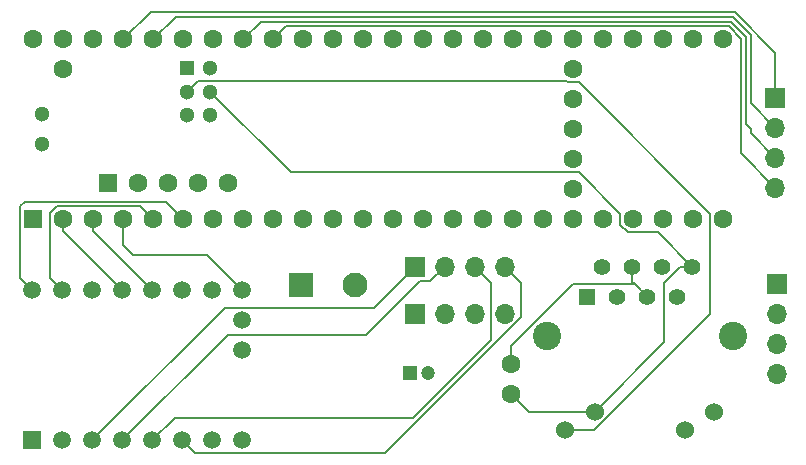
<source format=gtl>
%TF.GenerationSoftware,KiCad,Pcbnew,8.0.1*%
%TF.CreationDate,2024-05-05T16:57:19-04:00*%
%TF.ProjectId,arm,61726d2e-6b69-4636-9164-5f7063625858,rev?*%
%TF.SameCoordinates,Original*%
%TF.FileFunction,Copper,L1,Top*%
%TF.FilePolarity,Positive*%
%FSLAX46Y46*%
G04 Gerber Fmt 4.6, Leading zero omitted, Abs format (unit mm)*
G04 Created by KiCad (PCBNEW 8.0.1) date 2024-05-05 16:57:19*
%MOMM*%
%LPD*%
G01*
G04 APERTURE LIST*
G04 Aperture macros list*
%AMRoundRect*
0 Rectangle with rounded corners*
0 $1 Rounding radius*
0 $2 $3 $4 $5 $6 $7 $8 $9 X,Y pos of 4 corners*
0 Add a 4 corners polygon primitive as box body*
4,1,4,$2,$3,$4,$5,$6,$7,$8,$9,$2,$3,0*
0 Add four circle primitives for the rounded corners*
1,1,$1+$1,$2,$3*
1,1,$1+$1,$4,$5*
1,1,$1+$1,$6,$7*
1,1,$1+$1,$8,$9*
0 Add four rect primitives between the rounded corners*
20,1,$1+$1,$2,$3,$4,$5,0*
20,1,$1+$1,$4,$5,$6,$7,0*
20,1,$1+$1,$6,$7,$8,$9,0*
20,1,$1+$1,$8,$9,$2,$3,0*%
G04 Aperture macros list end*
%TA.AperFunction,ComponentPad*%
%ADD10RoundRect,0.250001X-0.799999X-0.799999X0.799999X-0.799999X0.799999X0.799999X-0.799999X0.799999X0*%
%TD*%
%TA.AperFunction,ComponentPad*%
%ADD11C,2.100000*%
%TD*%
%TA.AperFunction,ComponentPad*%
%ADD12R,1.200000X1.200000*%
%TD*%
%TA.AperFunction,ComponentPad*%
%ADD13C,1.200000*%
%TD*%
%TA.AperFunction,ComponentPad*%
%ADD14C,1.600000*%
%TD*%
%TA.AperFunction,ComponentPad*%
%ADD15R,1.700000X1.700000*%
%TD*%
%TA.AperFunction,ComponentPad*%
%ADD16O,1.700000X1.700000*%
%TD*%
%TA.AperFunction,ComponentPad*%
%ADD17R,1.600000X1.600000*%
%TD*%
%TA.AperFunction,ComponentPad*%
%ADD18R,1.300000X1.300000*%
%TD*%
%TA.AperFunction,ComponentPad*%
%ADD19C,1.300000*%
%TD*%
%TA.AperFunction,ComponentPad*%
%ADD20R,1.508000X1.508000*%
%TD*%
%TA.AperFunction,ComponentPad*%
%ADD21C,1.508000*%
%TD*%
%TA.AperFunction,ComponentPad*%
%ADD22R,1.398000X1.398000*%
%TD*%
%TA.AperFunction,ComponentPad*%
%ADD23C,1.398000*%
%TD*%
%TA.AperFunction,ComponentPad*%
%ADD24C,1.530000*%
%TD*%
%TA.AperFunction,ComponentPad*%
%ADD25C,2.400000*%
%TD*%
%TA.AperFunction,Conductor*%
%ADD26C,0.200000*%
%TD*%
G04 APERTURE END LIST*
D10*
X98700000Y-94075000D03*
D11*
X103300000Y-94075000D03*
D12*
X108000000Y-101500000D03*
D13*
X109500000Y-101500000D03*
D14*
X116500000Y-100750000D03*
X116500000Y-103250000D03*
D15*
X108380000Y-96500000D03*
D16*
X110920000Y-96500000D03*
X113460000Y-96500000D03*
X116000000Y-96500000D03*
D15*
X108380000Y-92500000D03*
D16*
X110920000Y-92500000D03*
X113460000Y-92500000D03*
X116000000Y-92500000D03*
D17*
X76080000Y-88500000D03*
D14*
X78620000Y-88500000D03*
X81160000Y-88500000D03*
X83700000Y-88500000D03*
X86240000Y-88500000D03*
X88780000Y-88500000D03*
X91320000Y-88500000D03*
X93860000Y-88500000D03*
X96400000Y-88500000D03*
X98940000Y-88500000D03*
X101480000Y-88500000D03*
X104020000Y-88500000D03*
X106560000Y-88500000D03*
X109100000Y-88500000D03*
X111640000Y-88500000D03*
X114180000Y-88500000D03*
X116720000Y-88500000D03*
X119260000Y-88500000D03*
X121800000Y-88500000D03*
X124340000Y-88500000D03*
X126880000Y-88500000D03*
X129420000Y-88500000D03*
X131960000Y-88500000D03*
X134500000Y-88500000D03*
X134500000Y-73260000D03*
X131960000Y-73260000D03*
X129420000Y-73260000D03*
X126880000Y-73260000D03*
X124340000Y-73260000D03*
X121800000Y-73260000D03*
X119260000Y-73260000D03*
X116720000Y-73260000D03*
X114180000Y-73260000D03*
X111640000Y-73260000D03*
X109100000Y-73260000D03*
X106560000Y-73260000D03*
X104020000Y-73260000D03*
X101480000Y-73260000D03*
X98940000Y-73260000D03*
X96400000Y-73260000D03*
X93860000Y-73260000D03*
X91320000Y-73260000D03*
X88780000Y-73260000D03*
X86240000Y-73260000D03*
X83700000Y-73260000D03*
X81160000Y-73260000D03*
X78620000Y-73260000D03*
X76080000Y-73260000D03*
X78620000Y-75800000D03*
X121800000Y-85960000D03*
X121800000Y-83420000D03*
X121800000Y-80880000D03*
X121800000Y-78340000D03*
X121800000Y-75800000D03*
D17*
X82379200Y-85449200D03*
D14*
X84919200Y-85449200D03*
X87459200Y-85449200D03*
X89999200Y-85449200D03*
X92539200Y-85449200D03*
D18*
X89050000Y-75698400D03*
D19*
X89050000Y-77698400D03*
X89050000Y-79698400D03*
X91050000Y-79698400D03*
X91050000Y-77698400D03*
X91050000Y-75698400D03*
X76810000Y-79610000D03*
X76810000Y-82150000D03*
D15*
X138900000Y-78180000D03*
D16*
X138900000Y-80720000D03*
X138900000Y-83260000D03*
X138900000Y-85800000D03*
D15*
X139000000Y-93960000D03*
D16*
X139000000Y-96500000D03*
X139000000Y-99040000D03*
X139000000Y-101580000D03*
D20*
X76000000Y-107200000D03*
D21*
X78540000Y-107200000D03*
X81080000Y-107200000D03*
X83620000Y-107200000D03*
X86160000Y-107200000D03*
X88700000Y-107200000D03*
X91240000Y-107200000D03*
X93780000Y-107200000D03*
X76000000Y-94500000D03*
X78540000Y-94500000D03*
X81080000Y-94500000D03*
X83620000Y-94500000D03*
X86160000Y-94500000D03*
X88700000Y-94500000D03*
X91240000Y-94500000D03*
X93780000Y-94500000D03*
X93780000Y-99580000D03*
X93780000Y-97040000D03*
D22*
X122960000Y-95040000D03*
D23*
X124230000Y-92500000D03*
X125500000Y-95040000D03*
X126770000Y-92500000D03*
X128040000Y-95040000D03*
X129310000Y-92500000D03*
X130580000Y-95040000D03*
X131850000Y-92500000D03*
D24*
X121080000Y-106290000D03*
X123595000Y-104770000D03*
X131215000Y-106290000D03*
X133730000Y-104770000D03*
D25*
X135280000Y-98340000D03*
X119530000Y-98340000D03*
D26*
X116500000Y-99500000D02*
X116500000Y-100750000D01*
X116500000Y-99500000D02*
X116500000Y-99248679D01*
X121748679Y-94000000D02*
X127000000Y-94000000D01*
X126770000Y-93770000D02*
X127000000Y-94000000D01*
X127000000Y-94000000D02*
X128040000Y-95040000D01*
X116500000Y-99241465D02*
X116500000Y-99500000D01*
X116500000Y-99248679D02*
X121748679Y-94000000D01*
X126770000Y-92500000D02*
X126770000Y-93770000D01*
X131850000Y-92500000D02*
X130861465Y-92500000D01*
X97871600Y-84520000D02*
X91050000Y-77698400D01*
X118020000Y-104770000D02*
X116500000Y-103250000D01*
X123595000Y-104770000D02*
X118020000Y-104770000D01*
X129500000Y-98865000D02*
X123595000Y-104770000D01*
X125780000Y-88044365D02*
X122255635Y-84520000D01*
X129500000Y-93861465D02*
X129500000Y-98865000D01*
X131850000Y-92500000D02*
X128950000Y-89600000D01*
X130861465Y-92500000D02*
X129500000Y-93861465D01*
X125780000Y-88955635D02*
X125780000Y-88044365D01*
X128950000Y-89600000D02*
X126424365Y-89600000D01*
X126424365Y-89600000D02*
X125780000Y-88955635D01*
X122255635Y-84520000D02*
X97871600Y-84520000D01*
X121192765Y-76748400D02*
X90000000Y-76748400D01*
X122255635Y-76900000D02*
X121344365Y-76900000D01*
X133400000Y-96471138D02*
X133400000Y-88044365D01*
X90000000Y-76748400D02*
X89050000Y-77698400D01*
X121080000Y-106290000D02*
X123581138Y-106290000D01*
X121344365Y-76900000D02*
X121192765Y-76748400D01*
X133400000Y-88044365D02*
X122255635Y-76900000D01*
X123581138Y-106290000D02*
X133400000Y-96471138D01*
X77520000Y-93480000D02*
X78540000Y-94500000D01*
X77520000Y-87980000D02*
X77520000Y-93480000D01*
X85140000Y-87400000D02*
X78100000Y-87400000D01*
X78100000Y-87400000D02*
X77520000Y-87980000D01*
X86240000Y-88500000D02*
X85140000Y-87400000D01*
X83700000Y-88500000D02*
X83700000Y-90700000D01*
X83700000Y-90700000D02*
X84500000Y-91500000D01*
X90780000Y-91500000D02*
X93780000Y-94500000D01*
X84500000Y-91500000D02*
X90780000Y-91500000D01*
X75380000Y-87000000D02*
X74980000Y-87400000D01*
X74980000Y-87400000D02*
X74980000Y-93480000D01*
X87280000Y-87000000D02*
X75380000Y-87000000D01*
X74980000Y-93480000D02*
X76000000Y-94500000D01*
X88780000Y-88500000D02*
X87280000Y-87000000D01*
X138900000Y-74407307D02*
X138900000Y-78180000D01*
X86000000Y-70960000D02*
X135452693Y-70960000D01*
X83700000Y-73260000D02*
X86000000Y-70960000D01*
X135452693Y-70960000D02*
X138900000Y-74407307D01*
X136840000Y-80840000D02*
X136400000Y-80400000D01*
X95360000Y-71760000D02*
X135121321Y-71760000D01*
X93860000Y-73260000D02*
X95360000Y-71760000D01*
X136840000Y-81200000D02*
X138900000Y-83260000D01*
X135121321Y-71760000D02*
X136400000Y-73038679D01*
X136400000Y-73038679D02*
X136400000Y-80400000D01*
X136840000Y-81200000D02*
X136840000Y-80840000D01*
X136800000Y-72872995D02*
X136800000Y-78620000D01*
X135287007Y-71360000D02*
X136800000Y-72872995D01*
X88140000Y-71360000D02*
X135287007Y-71360000D01*
X136800000Y-78620000D02*
X138900000Y-80720000D01*
X86240000Y-73260000D02*
X88140000Y-71360000D01*
X136000000Y-73204365D02*
X136000000Y-82900000D01*
X138900000Y-85800000D02*
X136000000Y-82900000D01*
X134955635Y-72160000D02*
X136000000Y-73204365D01*
X96400000Y-73260000D02*
X97500000Y-72160000D01*
X97500000Y-72160000D02*
X134955635Y-72160000D01*
X108854000Y-93726000D02*
X109694000Y-93726000D01*
X83620000Y-107200000D02*
X92522000Y-98298000D01*
X92522000Y-98298000D02*
X104282000Y-98298000D01*
X109694000Y-93726000D02*
X110920000Y-92500000D01*
X104282000Y-98298000D02*
X108854000Y-93726000D01*
X108235660Y-105325000D02*
X114850000Y-98710660D01*
X114850000Y-93890000D02*
X113460000Y-92500000D01*
X114850000Y-98710660D02*
X114850000Y-93890000D01*
X86160000Y-107200000D02*
X88035000Y-105325000D01*
X88035000Y-105325000D02*
X108235660Y-105325000D01*
X81080000Y-107200000D02*
X92294000Y-95986000D01*
X92294000Y-95986000D02*
X104894000Y-95986000D01*
X104894000Y-95986000D02*
X108380000Y-92500000D01*
X88700000Y-107200000D02*
X89754000Y-108254000D01*
X89754000Y-108254000D02*
X105872346Y-108254000D01*
X117348000Y-93848000D02*
X116000000Y-92500000D01*
X105872346Y-108254000D02*
X117348000Y-96778346D01*
X117348000Y-96778346D02*
X117348000Y-93848000D01*
X78620000Y-89500000D02*
X78620000Y-88500000D01*
X83620000Y-94500000D02*
X78620000Y-89500000D01*
X81160000Y-88500000D02*
X81160000Y-89500000D01*
X81160000Y-89500000D02*
X86160000Y-94500000D01*
M02*

</source>
